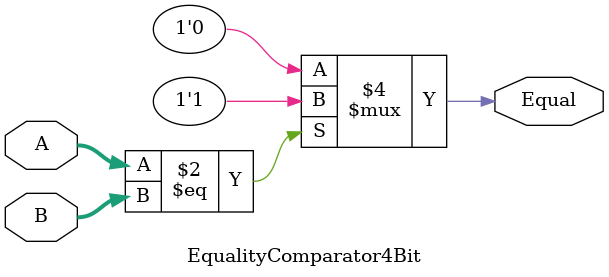
<source format=v>
module EqualityComparator4Bit (
input [3:0] A ,
input [3:0] B ,
output reg Equal
) ;
always @ (*) begin
if ( A == B )
Equal = 1;
else
Equal = 0;
end
endmodule
</source>
